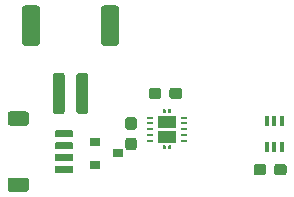
<source format=gbr>
G04 #@! TF.GenerationSoftware,KiCad,Pcbnew,(5.0.0-rc2-200-g1f6f76beb)*
G04 #@! TF.CreationDate,2020-02-24T22:29:59-05:00*
G04 #@! TF.ProjectId,watch-power,77617463682D706F7765722E6B696361,rev?*
G04 #@! TF.SameCoordinates,Original*
G04 #@! TF.FileFunction,Paste,Bot*
G04 #@! TF.FilePolarity,Positive*
%FSLAX46Y46*%
G04 Gerber Fmt 4.6, Leading zero omitted, Abs format (unit mm)*
G04 Created by KiCad (PCBNEW (5.0.0-rc2-200-g1f6f76beb)) date Mon Feb 24 22:29:59 2020*
%MOMM*%
%LPD*%
G01*
G04 APERTURE LIST*
%ADD10C,0.100000*%
%ADD11C,0.950000*%
%ADD12R,0.900000X0.800000*%
%ADD13C,0.600000*%
%ADD14C,1.200000*%
%ADD15C,1.060000*%
%ADD16C,0.250000*%
%ADD17R,0.600000X0.240000*%
%ADD18R,0.400000X0.900000*%
%ADD19C,1.000000*%
%ADD20C,1.500000*%
G04 APERTURE END LIST*
D10*
G04 #@! TO.C,C3*
G36*
X84181579Y-72322544D02*
X84204634Y-72325963D01*
X84227243Y-72331627D01*
X84249187Y-72339479D01*
X84270257Y-72349444D01*
X84290248Y-72361426D01*
X84308968Y-72375310D01*
X84326238Y-72390962D01*
X84341890Y-72408232D01*
X84355774Y-72426952D01*
X84367756Y-72446943D01*
X84377721Y-72468013D01*
X84385573Y-72489957D01*
X84391237Y-72512566D01*
X84394656Y-72535621D01*
X84395800Y-72558900D01*
X84395800Y-73033900D01*
X84394656Y-73057179D01*
X84391237Y-73080234D01*
X84385573Y-73102843D01*
X84377721Y-73124787D01*
X84367756Y-73145857D01*
X84355774Y-73165848D01*
X84341890Y-73184568D01*
X84326238Y-73201838D01*
X84308968Y-73217490D01*
X84290248Y-73231374D01*
X84270257Y-73243356D01*
X84249187Y-73253321D01*
X84227243Y-73261173D01*
X84204634Y-73266837D01*
X84181579Y-73270256D01*
X84158300Y-73271400D01*
X83583300Y-73271400D01*
X83560021Y-73270256D01*
X83536966Y-73266837D01*
X83514357Y-73261173D01*
X83492413Y-73253321D01*
X83471343Y-73243356D01*
X83451352Y-73231374D01*
X83432632Y-73217490D01*
X83415362Y-73201838D01*
X83399710Y-73184568D01*
X83385826Y-73165848D01*
X83373844Y-73145857D01*
X83363879Y-73124787D01*
X83356027Y-73102843D01*
X83350363Y-73080234D01*
X83346944Y-73057179D01*
X83345800Y-73033900D01*
X83345800Y-72558900D01*
X83346944Y-72535621D01*
X83350363Y-72512566D01*
X83356027Y-72489957D01*
X83363879Y-72468013D01*
X83373844Y-72446943D01*
X83385826Y-72426952D01*
X83399710Y-72408232D01*
X83415362Y-72390962D01*
X83432632Y-72375310D01*
X83451352Y-72361426D01*
X83471343Y-72349444D01*
X83492413Y-72339479D01*
X83514357Y-72331627D01*
X83536966Y-72325963D01*
X83560021Y-72322544D01*
X83583300Y-72321400D01*
X84158300Y-72321400D01*
X84181579Y-72322544D01*
X84181579Y-72322544D01*
G37*
D11*
X83870800Y-72796400D03*
D10*
G36*
X85931579Y-72322544D02*
X85954634Y-72325963D01*
X85977243Y-72331627D01*
X85999187Y-72339479D01*
X86020257Y-72349444D01*
X86040248Y-72361426D01*
X86058968Y-72375310D01*
X86076238Y-72390962D01*
X86091890Y-72408232D01*
X86105774Y-72426952D01*
X86117756Y-72446943D01*
X86127721Y-72468013D01*
X86135573Y-72489957D01*
X86141237Y-72512566D01*
X86144656Y-72535621D01*
X86145800Y-72558900D01*
X86145800Y-73033900D01*
X86144656Y-73057179D01*
X86141237Y-73080234D01*
X86135573Y-73102843D01*
X86127721Y-73124787D01*
X86117756Y-73145857D01*
X86105774Y-73165848D01*
X86091890Y-73184568D01*
X86076238Y-73201838D01*
X86058968Y-73217490D01*
X86040248Y-73231374D01*
X86020257Y-73243356D01*
X85999187Y-73253321D01*
X85977243Y-73261173D01*
X85954634Y-73266837D01*
X85931579Y-73270256D01*
X85908300Y-73271400D01*
X85333300Y-73271400D01*
X85310021Y-73270256D01*
X85286966Y-73266837D01*
X85264357Y-73261173D01*
X85242413Y-73253321D01*
X85221343Y-73243356D01*
X85201352Y-73231374D01*
X85182632Y-73217490D01*
X85165362Y-73201838D01*
X85149710Y-73184568D01*
X85135826Y-73165848D01*
X85123844Y-73145857D01*
X85113879Y-73124787D01*
X85106027Y-73102843D01*
X85100363Y-73080234D01*
X85096944Y-73057179D01*
X85095800Y-73033900D01*
X85095800Y-72558900D01*
X85096944Y-72535621D01*
X85100363Y-72512566D01*
X85106027Y-72489957D01*
X85113879Y-72468013D01*
X85123844Y-72446943D01*
X85135826Y-72426952D01*
X85149710Y-72408232D01*
X85165362Y-72390962D01*
X85182632Y-72375310D01*
X85201352Y-72361426D01*
X85221343Y-72349444D01*
X85242413Y-72339479D01*
X85264357Y-72331627D01*
X85286966Y-72325963D01*
X85310021Y-72322544D01*
X85333300Y-72321400D01*
X85908300Y-72321400D01*
X85931579Y-72322544D01*
X85931579Y-72322544D01*
G37*
D11*
X85620800Y-72796400D03*
G04 #@! TD*
D12*
G04 #@! TO.C,D1*
X78772000Y-78826400D03*
X78772000Y-76926400D03*
X80772000Y-77876400D03*
G04 #@! TD*
D10*
G04 #@! TO.C,J1*
G36*
X76807703Y-78924722D02*
X76822264Y-78926882D01*
X76836543Y-78930459D01*
X76850403Y-78935418D01*
X76863710Y-78941712D01*
X76876336Y-78949280D01*
X76888159Y-78958048D01*
X76899066Y-78967934D01*
X76908952Y-78978841D01*
X76917720Y-78990664D01*
X76925288Y-79003290D01*
X76931582Y-79016597D01*
X76936541Y-79030457D01*
X76940118Y-79044736D01*
X76942278Y-79059297D01*
X76943000Y-79074000D01*
X76943000Y-79374000D01*
X76942278Y-79388703D01*
X76940118Y-79403264D01*
X76936541Y-79417543D01*
X76931582Y-79431403D01*
X76925288Y-79444710D01*
X76917720Y-79457336D01*
X76908952Y-79469159D01*
X76899066Y-79480066D01*
X76888159Y-79489952D01*
X76876336Y-79498720D01*
X76863710Y-79506288D01*
X76850403Y-79512582D01*
X76836543Y-79517541D01*
X76822264Y-79521118D01*
X76807703Y-79523278D01*
X76793000Y-79524000D01*
X75543000Y-79524000D01*
X75528297Y-79523278D01*
X75513736Y-79521118D01*
X75499457Y-79517541D01*
X75485597Y-79512582D01*
X75472290Y-79506288D01*
X75459664Y-79498720D01*
X75447841Y-79489952D01*
X75436934Y-79480066D01*
X75427048Y-79469159D01*
X75418280Y-79457336D01*
X75410712Y-79444710D01*
X75404418Y-79431403D01*
X75399459Y-79417543D01*
X75395882Y-79403264D01*
X75393722Y-79388703D01*
X75393000Y-79374000D01*
X75393000Y-79074000D01*
X75393722Y-79059297D01*
X75395882Y-79044736D01*
X75399459Y-79030457D01*
X75404418Y-79016597D01*
X75410712Y-79003290D01*
X75418280Y-78990664D01*
X75427048Y-78978841D01*
X75436934Y-78967934D01*
X75447841Y-78958048D01*
X75459664Y-78949280D01*
X75472290Y-78941712D01*
X75485597Y-78935418D01*
X75499457Y-78930459D01*
X75513736Y-78926882D01*
X75528297Y-78924722D01*
X75543000Y-78924000D01*
X76793000Y-78924000D01*
X76807703Y-78924722D01*
X76807703Y-78924722D01*
G37*
D13*
X76168000Y-79224000D03*
D10*
G36*
X76807703Y-77924722D02*
X76822264Y-77926882D01*
X76836543Y-77930459D01*
X76850403Y-77935418D01*
X76863710Y-77941712D01*
X76876336Y-77949280D01*
X76888159Y-77958048D01*
X76899066Y-77967934D01*
X76908952Y-77978841D01*
X76917720Y-77990664D01*
X76925288Y-78003290D01*
X76931582Y-78016597D01*
X76936541Y-78030457D01*
X76940118Y-78044736D01*
X76942278Y-78059297D01*
X76943000Y-78074000D01*
X76943000Y-78374000D01*
X76942278Y-78388703D01*
X76940118Y-78403264D01*
X76936541Y-78417543D01*
X76931582Y-78431403D01*
X76925288Y-78444710D01*
X76917720Y-78457336D01*
X76908952Y-78469159D01*
X76899066Y-78480066D01*
X76888159Y-78489952D01*
X76876336Y-78498720D01*
X76863710Y-78506288D01*
X76850403Y-78512582D01*
X76836543Y-78517541D01*
X76822264Y-78521118D01*
X76807703Y-78523278D01*
X76793000Y-78524000D01*
X75543000Y-78524000D01*
X75528297Y-78523278D01*
X75513736Y-78521118D01*
X75499457Y-78517541D01*
X75485597Y-78512582D01*
X75472290Y-78506288D01*
X75459664Y-78498720D01*
X75447841Y-78489952D01*
X75436934Y-78480066D01*
X75427048Y-78469159D01*
X75418280Y-78457336D01*
X75410712Y-78444710D01*
X75404418Y-78431403D01*
X75399459Y-78417543D01*
X75395882Y-78403264D01*
X75393722Y-78388703D01*
X75393000Y-78374000D01*
X75393000Y-78074000D01*
X75393722Y-78059297D01*
X75395882Y-78044736D01*
X75399459Y-78030457D01*
X75404418Y-78016597D01*
X75410712Y-78003290D01*
X75418280Y-77990664D01*
X75427048Y-77978841D01*
X75436934Y-77967934D01*
X75447841Y-77958048D01*
X75459664Y-77949280D01*
X75472290Y-77941712D01*
X75485597Y-77935418D01*
X75499457Y-77930459D01*
X75513736Y-77926882D01*
X75528297Y-77924722D01*
X75543000Y-77924000D01*
X76793000Y-77924000D01*
X76807703Y-77924722D01*
X76807703Y-77924722D01*
G37*
D13*
X76168000Y-78224000D03*
D10*
G36*
X76807703Y-76924722D02*
X76822264Y-76926882D01*
X76836543Y-76930459D01*
X76850403Y-76935418D01*
X76863710Y-76941712D01*
X76876336Y-76949280D01*
X76888159Y-76958048D01*
X76899066Y-76967934D01*
X76908952Y-76978841D01*
X76917720Y-76990664D01*
X76925288Y-77003290D01*
X76931582Y-77016597D01*
X76936541Y-77030457D01*
X76940118Y-77044736D01*
X76942278Y-77059297D01*
X76943000Y-77074000D01*
X76943000Y-77374000D01*
X76942278Y-77388703D01*
X76940118Y-77403264D01*
X76936541Y-77417543D01*
X76931582Y-77431403D01*
X76925288Y-77444710D01*
X76917720Y-77457336D01*
X76908952Y-77469159D01*
X76899066Y-77480066D01*
X76888159Y-77489952D01*
X76876336Y-77498720D01*
X76863710Y-77506288D01*
X76850403Y-77512582D01*
X76836543Y-77517541D01*
X76822264Y-77521118D01*
X76807703Y-77523278D01*
X76793000Y-77524000D01*
X75543000Y-77524000D01*
X75528297Y-77523278D01*
X75513736Y-77521118D01*
X75499457Y-77517541D01*
X75485597Y-77512582D01*
X75472290Y-77506288D01*
X75459664Y-77498720D01*
X75447841Y-77489952D01*
X75436934Y-77480066D01*
X75427048Y-77469159D01*
X75418280Y-77457336D01*
X75410712Y-77444710D01*
X75404418Y-77431403D01*
X75399459Y-77417543D01*
X75395882Y-77403264D01*
X75393722Y-77388703D01*
X75393000Y-77374000D01*
X75393000Y-77074000D01*
X75393722Y-77059297D01*
X75395882Y-77044736D01*
X75399459Y-77030457D01*
X75404418Y-77016597D01*
X75410712Y-77003290D01*
X75418280Y-76990664D01*
X75427048Y-76978841D01*
X75436934Y-76967934D01*
X75447841Y-76958048D01*
X75459664Y-76949280D01*
X75472290Y-76941712D01*
X75485597Y-76935418D01*
X75499457Y-76930459D01*
X75513736Y-76926882D01*
X75528297Y-76924722D01*
X75543000Y-76924000D01*
X76793000Y-76924000D01*
X76807703Y-76924722D01*
X76807703Y-76924722D01*
G37*
D13*
X76168000Y-77224000D03*
D10*
G36*
X76807703Y-75924722D02*
X76822264Y-75926882D01*
X76836543Y-75930459D01*
X76850403Y-75935418D01*
X76863710Y-75941712D01*
X76876336Y-75949280D01*
X76888159Y-75958048D01*
X76899066Y-75967934D01*
X76908952Y-75978841D01*
X76917720Y-75990664D01*
X76925288Y-76003290D01*
X76931582Y-76016597D01*
X76936541Y-76030457D01*
X76940118Y-76044736D01*
X76942278Y-76059297D01*
X76943000Y-76074000D01*
X76943000Y-76374000D01*
X76942278Y-76388703D01*
X76940118Y-76403264D01*
X76936541Y-76417543D01*
X76931582Y-76431403D01*
X76925288Y-76444710D01*
X76917720Y-76457336D01*
X76908952Y-76469159D01*
X76899066Y-76480066D01*
X76888159Y-76489952D01*
X76876336Y-76498720D01*
X76863710Y-76506288D01*
X76850403Y-76512582D01*
X76836543Y-76517541D01*
X76822264Y-76521118D01*
X76807703Y-76523278D01*
X76793000Y-76524000D01*
X75543000Y-76524000D01*
X75528297Y-76523278D01*
X75513736Y-76521118D01*
X75499457Y-76517541D01*
X75485597Y-76512582D01*
X75472290Y-76506288D01*
X75459664Y-76498720D01*
X75447841Y-76489952D01*
X75436934Y-76480066D01*
X75427048Y-76469159D01*
X75418280Y-76457336D01*
X75410712Y-76444710D01*
X75404418Y-76431403D01*
X75399459Y-76417543D01*
X75395882Y-76403264D01*
X75393722Y-76388703D01*
X75393000Y-76374000D01*
X75393000Y-76074000D01*
X75393722Y-76059297D01*
X75395882Y-76044736D01*
X75399459Y-76030457D01*
X75404418Y-76016597D01*
X75410712Y-76003290D01*
X75418280Y-75990664D01*
X75427048Y-75978841D01*
X75436934Y-75967934D01*
X75447841Y-75958048D01*
X75459664Y-75949280D01*
X75472290Y-75941712D01*
X75485597Y-75935418D01*
X75499457Y-75930459D01*
X75513736Y-75926882D01*
X75528297Y-75924722D01*
X75543000Y-75924000D01*
X76793000Y-75924000D01*
X76807703Y-75924722D01*
X76807703Y-75924722D01*
G37*
D13*
X76168000Y-76224000D03*
D10*
G36*
X72967505Y-79925204D02*
X72991773Y-79928804D01*
X73015572Y-79934765D01*
X73038671Y-79943030D01*
X73060850Y-79953520D01*
X73081893Y-79966132D01*
X73101599Y-79980747D01*
X73119777Y-79997223D01*
X73136253Y-80015401D01*
X73150868Y-80035107D01*
X73163480Y-80056150D01*
X73173970Y-80078329D01*
X73182235Y-80101428D01*
X73188196Y-80125227D01*
X73191796Y-80149495D01*
X73193000Y-80173999D01*
X73193000Y-80874001D01*
X73191796Y-80898505D01*
X73188196Y-80922773D01*
X73182235Y-80946572D01*
X73173970Y-80969671D01*
X73163480Y-80991850D01*
X73150868Y-81012893D01*
X73136253Y-81032599D01*
X73119777Y-81050777D01*
X73101599Y-81067253D01*
X73081893Y-81081868D01*
X73060850Y-81094480D01*
X73038671Y-81104970D01*
X73015572Y-81113235D01*
X72991773Y-81119196D01*
X72967505Y-81122796D01*
X72943001Y-81124000D01*
X71642999Y-81124000D01*
X71618495Y-81122796D01*
X71594227Y-81119196D01*
X71570428Y-81113235D01*
X71547329Y-81104970D01*
X71525150Y-81094480D01*
X71504107Y-81081868D01*
X71484401Y-81067253D01*
X71466223Y-81050777D01*
X71449747Y-81032599D01*
X71435132Y-81012893D01*
X71422520Y-80991850D01*
X71412030Y-80969671D01*
X71403765Y-80946572D01*
X71397804Y-80922773D01*
X71394204Y-80898505D01*
X71393000Y-80874001D01*
X71393000Y-80173999D01*
X71394204Y-80149495D01*
X71397804Y-80125227D01*
X71403765Y-80101428D01*
X71412030Y-80078329D01*
X71422520Y-80056150D01*
X71435132Y-80035107D01*
X71449747Y-80015401D01*
X71466223Y-79997223D01*
X71484401Y-79980747D01*
X71504107Y-79966132D01*
X71525150Y-79953520D01*
X71547329Y-79943030D01*
X71570428Y-79934765D01*
X71594227Y-79928804D01*
X71618495Y-79925204D01*
X71642999Y-79924000D01*
X72943001Y-79924000D01*
X72967505Y-79925204D01*
X72967505Y-79925204D01*
G37*
D14*
X72293000Y-80524000D03*
D10*
G36*
X72967505Y-74325204D02*
X72991773Y-74328804D01*
X73015572Y-74334765D01*
X73038671Y-74343030D01*
X73060850Y-74353520D01*
X73081893Y-74366132D01*
X73101599Y-74380747D01*
X73119777Y-74397223D01*
X73136253Y-74415401D01*
X73150868Y-74435107D01*
X73163480Y-74456150D01*
X73173970Y-74478329D01*
X73182235Y-74501428D01*
X73188196Y-74525227D01*
X73191796Y-74549495D01*
X73193000Y-74573999D01*
X73193000Y-75274001D01*
X73191796Y-75298505D01*
X73188196Y-75322773D01*
X73182235Y-75346572D01*
X73173970Y-75369671D01*
X73163480Y-75391850D01*
X73150868Y-75412893D01*
X73136253Y-75432599D01*
X73119777Y-75450777D01*
X73101599Y-75467253D01*
X73081893Y-75481868D01*
X73060850Y-75494480D01*
X73038671Y-75504970D01*
X73015572Y-75513235D01*
X72991773Y-75519196D01*
X72967505Y-75522796D01*
X72943001Y-75524000D01*
X71642999Y-75524000D01*
X71618495Y-75522796D01*
X71594227Y-75519196D01*
X71570428Y-75513235D01*
X71547329Y-75504970D01*
X71525150Y-75494480D01*
X71504107Y-75481868D01*
X71484401Y-75467253D01*
X71466223Y-75450777D01*
X71449747Y-75432599D01*
X71435132Y-75412893D01*
X71422520Y-75391850D01*
X71412030Y-75369671D01*
X71403765Y-75346572D01*
X71397804Y-75322773D01*
X71394204Y-75298505D01*
X71393000Y-75274001D01*
X71393000Y-74573999D01*
X71394204Y-74549495D01*
X71397804Y-74525227D01*
X71403765Y-74501428D01*
X71412030Y-74478329D01*
X71422520Y-74456150D01*
X71435132Y-74435107D01*
X71449747Y-74415401D01*
X71466223Y-74397223D01*
X71484401Y-74380747D01*
X71504107Y-74366132D01*
X71525150Y-74353520D01*
X71547329Y-74343030D01*
X71570428Y-74334765D01*
X71594227Y-74328804D01*
X71618495Y-74325204D01*
X71642999Y-74324000D01*
X72943001Y-74324000D01*
X72967505Y-74325204D01*
X72967505Y-74325204D01*
G37*
D14*
X72293000Y-74924000D03*
G04 #@! TD*
D10*
G04 #@! TO.C,L1*
G36*
X82099579Y-74812544D02*
X82122634Y-74815963D01*
X82145243Y-74821627D01*
X82167187Y-74829479D01*
X82188257Y-74839444D01*
X82208248Y-74851426D01*
X82226968Y-74865310D01*
X82244238Y-74880962D01*
X82259890Y-74898232D01*
X82273774Y-74916952D01*
X82285756Y-74936943D01*
X82295721Y-74958013D01*
X82303573Y-74979957D01*
X82309237Y-75002566D01*
X82312656Y-75025621D01*
X82313800Y-75048900D01*
X82313800Y-75623900D01*
X82312656Y-75647179D01*
X82309237Y-75670234D01*
X82303573Y-75692843D01*
X82295721Y-75714787D01*
X82285756Y-75735857D01*
X82273774Y-75755848D01*
X82259890Y-75774568D01*
X82244238Y-75791838D01*
X82226968Y-75807490D01*
X82208248Y-75821374D01*
X82188257Y-75833356D01*
X82167187Y-75843321D01*
X82145243Y-75851173D01*
X82122634Y-75856837D01*
X82099579Y-75860256D01*
X82076300Y-75861400D01*
X81601300Y-75861400D01*
X81578021Y-75860256D01*
X81554966Y-75856837D01*
X81532357Y-75851173D01*
X81510413Y-75843321D01*
X81489343Y-75833356D01*
X81469352Y-75821374D01*
X81450632Y-75807490D01*
X81433362Y-75791838D01*
X81417710Y-75774568D01*
X81403826Y-75755848D01*
X81391844Y-75735857D01*
X81381879Y-75714787D01*
X81374027Y-75692843D01*
X81368363Y-75670234D01*
X81364944Y-75647179D01*
X81363800Y-75623900D01*
X81363800Y-75048900D01*
X81364944Y-75025621D01*
X81368363Y-75002566D01*
X81374027Y-74979957D01*
X81381879Y-74958013D01*
X81391844Y-74936943D01*
X81403826Y-74916952D01*
X81417710Y-74898232D01*
X81433362Y-74880962D01*
X81450632Y-74865310D01*
X81469352Y-74851426D01*
X81489343Y-74839444D01*
X81510413Y-74829479D01*
X81532357Y-74821627D01*
X81554966Y-74815963D01*
X81578021Y-74812544D01*
X81601300Y-74811400D01*
X82076300Y-74811400D01*
X82099579Y-74812544D01*
X82099579Y-74812544D01*
G37*
D11*
X81838800Y-75336400D03*
D10*
G36*
X82099579Y-76562544D02*
X82122634Y-76565963D01*
X82145243Y-76571627D01*
X82167187Y-76579479D01*
X82188257Y-76589444D01*
X82208248Y-76601426D01*
X82226968Y-76615310D01*
X82244238Y-76630962D01*
X82259890Y-76648232D01*
X82273774Y-76666952D01*
X82285756Y-76686943D01*
X82295721Y-76708013D01*
X82303573Y-76729957D01*
X82309237Y-76752566D01*
X82312656Y-76775621D01*
X82313800Y-76798900D01*
X82313800Y-77373900D01*
X82312656Y-77397179D01*
X82309237Y-77420234D01*
X82303573Y-77442843D01*
X82295721Y-77464787D01*
X82285756Y-77485857D01*
X82273774Y-77505848D01*
X82259890Y-77524568D01*
X82244238Y-77541838D01*
X82226968Y-77557490D01*
X82208248Y-77571374D01*
X82188257Y-77583356D01*
X82167187Y-77593321D01*
X82145243Y-77601173D01*
X82122634Y-77606837D01*
X82099579Y-77610256D01*
X82076300Y-77611400D01*
X81601300Y-77611400D01*
X81578021Y-77610256D01*
X81554966Y-77606837D01*
X81532357Y-77601173D01*
X81510413Y-77593321D01*
X81489343Y-77583356D01*
X81469352Y-77571374D01*
X81450632Y-77557490D01*
X81433362Y-77541838D01*
X81417710Y-77524568D01*
X81403826Y-77505848D01*
X81391844Y-77485857D01*
X81381879Y-77464787D01*
X81374027Y-77442843D01*
X81368363Y-77420234D01*
X81364944Y-77397179D01*
X81363800Y-77373900D01*
X81363800Y-76798900D01*
X81364944Y-76775621D01*
X81368363Y-76752566D01*
X81374027Y-76729957D01*
X81381879Y-76708013D01*
X81391844Y-76686943D01*
X81403826Y-76666952D01*
X81417710Y-76648232D01*
X81433362Y-76630962D01*
X81450632Y-76615310D01*
X81469352Y-76601426D01*
X81489343Y-76589444D01*
X81510413Y-76579479D01*
X81532357Y-76571627D01*
X81554966Y-76565963D01*
X81578021Y-76562544D01*
X81601300Y-76561400D01*
X82076300Y-76561400D01*
X82099579Y-76562544D01*
X82099579Y-76562544D01*
G37*
D11*
X81838800Y-77086400D03*
G04 #@! TD*
D10*
G04 #@! TO.C,L2*
G36*
X94798779Y-78774144D02*
X94821834Y-78777563D01*
X94844443Y-78783227D01*
X94866387Y-78791079D01*
X94887457Y-78801044D01*
X94907448Y-78813026D01*
X94926168Y-78826910D01*
X94943438Y-78842562D01*
X94959090Y-78859832D01*
X94972974Y-78878552D01*
X94984956Y-78898543D01*
X94994921Y-78919613D01*
X95002773Y-78941557D01*
X95008437Y-78964166D01*
X95011856Y-78987221D01*
X95013000Y-79010500D01*
X95013000Y-79485500D01*
X95011856Y-79508779D01*
X95008437Y-79531834D01*
X95002773Y-79554443D01*
X94994921Y-79576387D01*
X94984956Y-79597457D01*
X94972974Y-79617448D01*
X94959090Y-79636168D01*
X94943438Y-79653438D01*
X94926168Y-79669090D01*
X94907448Y-79682974D01*
X94887457Y-79694956D01*
X94866387Y-79704921D01*
X94844443Y-79712773D01*
X94821834Y-79718437D01*
X94798779Y-79721856D01*
X94775500Y-79723000D01*
X94200500Y-79723000D01*
X94177221Y-79721856D01*
X94154166Y-79718437D01*
X94131557Y-79712773D01*
X94109613Y-79704921D01*
X94088543Y-79694956D01*
X94068552Y-79682974D01*
X94049832Y-79669090D01*
X94032562Y-79653438D01*
X94016910Y-79636168D01*
X94003026Y-79617448D01*
X93991044Y-79597457D01*
X93981079Y-79576387D01*
X93973227Y-79554443D01*
X93967563Y-79531834D01*
X93964144Y-79508779D01*
X93963000Y-79485500D01*
X93963000Y-79010500D01*
X93964144Y-78987221D01*
X93967563Y-78964166D01*
X93973227Y-78941557D01*
X93981079Y-78919613D01*
X93991044Y-78898543D01*
X94003026Y-78878552D01*
X94016910Y-78859832D01*
X94032562Y-78842562D01*
X94049832Y-78826910D01*
X94068552Y-78813026D01*
X94088543Y-78801044D01*
X94109613Y-78791079D01*
X94131557Y-78783227D01*
X94154166Y-78777563D01*
X94177221Y-78774144D01*
X94200500Y-78773000D01*
X94775500Y-78773000D01*
X94798779Y-78774144D01*
X94798779Y-78774144D01*
G37*
D11*
X94488000Y-79248000D03*
D10*
G36*
X93048779Y-78774144D02*
X93071834Y-78777563D01*
X93094443Y-78783227D01*
X93116387Y-78791079D01*
X93137457Y-78801044D01*
X93157448Y-78813026D01*
X93176168Y-78826910D01*
X93193438Y-78842562D01*
X93209090Y-78859832D01*
X93222974Y-78878552D01*
X93234956Y-78898543D01*
X93244921Y-78919613D01*
X93252773Y-78941557D01*
X93258437Y-78964166D01*
X93261856Y-78987221D01*
X93263000Y-79010500D01*
X93263000Y-79485500D01*
X93261856Y-79508779D01*
X93258437Y-79531834D01*
X93252773Y-79554443D01*
X93244921Y-79576387D01*
X93234956Y-79597457D01*
X93222974Y-79617448D01*
X93209090Y-79636168D01*
X93193438Y-79653438D01*
X93176168Y-79669090D01*
X93157448Y-79682974D01*
X93137457Y-79694956D01*
X93116387Y-79704921D01*
X93094443Y-79712773D01*
X93071834Y-79718437D01*
X93048779Y-79721856D01*
X93025500Y-79723000D01*
X92450500Y-79723000D01*
X92427221Y-79721856D01*
X92404166Y-79718437D01*
X92381557Y-79712773D01*
X92359613Y-79704921D01*
X92338543Y-79694956D01*
X92318552Y-79682974D01*
X92299832Y-79669090D01*
X92282562Y-79653438D01*
X92266910Y-79636168D01*
X92253026Y-79617448D01*
X92241044Y-79597457D01*
X92231079Y-79576387D01*
X92223227Y-79554443D01*
X92217563Y-79531834D01*
X92214144Y-79508779D01*
X92213000Y-79485500D01*
X92213000Y-79010500D01*
X92214144Y-78987221D01*
X92217563Y-78964166D01*
X92223227Y-78941557D01*
X92231079Y-78919613D01*
X92241044Y-78898543D01*
X92253026Y-78878552D01*
X92266910Y-78859832D01*
X92282562Y-78842562D01*
X92299832Y-78826910D01*
X92318552Y-78813026D01*
X92338543Y-78801044D01*
X92359613Y-78791079D01*
X92381557Y-78783227D01*
X92404166Y-78777563D01*
X92427221Y-78774144D01*
X92450500Y-78773000D01*
X93025500Y-78773000D01*
X93048779Y-78774144D01*
X93048779Y-78774144D01*
G37*
D11*
X92738000Y-79248000D03*
G04 #@! TD*
D10*
G04 #@! TO.C,U3*
G36*
X85541190Y-74684910D02*
X85551480Y-74686437D01*
X85561570Y-74688964D01*
X85571364Y-74692469D01*
X85580768Y-74696916D01*
X85589690Y-74702264D01*
X85598046Y-74708461D01*
X85605753Y-74715447D01*
X85612739Y-74723154D01*
X85618936Y-74731510D01*
X85624284Y-74740432D01*
X85628731Y-74749836D01*
X85632236Y-74759630D01*
X85634763Y-74769720D01*
X85636290Y-74780010D01*
X85636800Y-74790400D01*
X85636800Y-75638400D01*
X85636290Y-75648790D01*
X85634763Y-75659080D01*
X85632236Y-75669170D01*
X85628731Y-75678964D01*
X85624284Y-75688368D01*
X85618936Y-75697290D01*
X85612739Y-75705646D01*
X85605753Y-75713353D01*
X85598046Y-75720339D01*
X85589690Y-75726536D01*
X85580768Y-75731884D01*
X85571364Y-75736331D01*
X85561570Y-75739836D01*
X85551480Y-75742363D01*
X85541190Y-75743890D01*
X85530800Y-75744400D01*
X84242800Y-75744400D01*
X84232410Y-75743890D01*
X84222120Y-75742363D01*
X84212030Y-75739836D01*
X84202236Y-75736331D01*
X84192832Y-75731884D01*
X84183910Y-75726536D01*
X84175554Y-75720339D01*
X84167847Y-75713353D01*
X84160861Y-75705646D01*
X84154664Y-75697290D01*
X84149316Y-75688368D01*
X84144869Y-75678964D01*
X84141364Y-75669170D01*
X84138837Y-75659080D01*
X84137310Y-75648790D01*
X84136800Y-75638400D01*
X84136800Y-74790400D01*
X84137310Y-74780010D01*
X84138837Y-74769720D01*
X84141364Y-74759630D01*
X84144869Y-74749836D01*
X84149316Y-74740432D01*
X84154664Y-74731510D01*
X84160861Y-74723154D01*
X84167847Y-74715447D01*
X84175554Y-74708461D01*
X84183910Y-74702264D01*
X84192832Y-74696916D01*
X84202236Y-74692469D01*
X84212030Y-74688964D01*
X84222120Y-74686437D01*
X84232410Y-74684910D01*
X84242800Y-74684400D01*
X85530800Y-74684400D01*
X85541190Y-74684910D01*
X85541190Y-74684910D01*
G37*
D15*
X84886800Y-75214400D03*
D10*
G36*
X85541190Y-75944910D02*
X85551480Y-75946437D01*
X85561570Y-75948964D01*
X85571364Y-75952469D01*
X85580768Y-75956916D01*
X85589690Y-75962264D01*
X85598046Y-75968461D01*
X85605753Y-75975447D01*
X85612739Y-75983154D01*
X85618936Y-75991510D01*
X85624284Y-76000432D01*
X85628731Y-76009836D01*
X85632236Y-76019630D01*
X85634763Y-76029720D01*
X85636290Y-76040010D01*
X85636800Y-76050400D01*
X85636800Y-76898400D01*
X85636290Y-76908790D01*
X85634763Y-76919080D01*
X85632236Y-76929170D01*
X85628731Y-76938964D01*
X85624284Y-76948368D01*
X85618936Y-76957290D01*
X85612739Y-76965646D01*
X85605753Y-76973353D01*
X85598046Y-76980339D01*
X85589690Y-76986536D01*
X85580768Y-76991884D01*
X85571364Y-76996331D01*
X85561570Y-76999836D01*
X85551480Y-77002363D01*
X85541190Y-77003890D01*
X85530800Y-77004400D01*
X84242800Y-77004400D01*
X84232410Y-77003890D01*
X84222120Y-77002363D01*
X84212030Y-76999836D01*
X84202236Y-76996331D01*
X84192832Y-76991884D01*
X84183910Y-76986536D01*
X84175554Y-76980339D01*
X84167847Y-76973353D01*
X84160861Y-76965646D01*
X84154664Y-76957290D01*
X84149316Y-76948368D01*
X84144869Y-76938964D01*
X84141364Y-76929170D01*
X84138837Y-76919080D01*
X84137310Y-76908790D01*
X84136800Y-76898400D01*
X84136800Y-76050400D01*
X84137310Y-76040010D01*
X84138837Y-76029720D01*
X84141364Y-76019630D01*
X84144869Y-76009836D01*
X84149316Y-76000432D01*
X84154664Y-75991510D01*
X84160861Y-75983154D01*
X84167847Y-75975447D01*
X84175554Y-75968461D01*
X84183910Y-75962264D01*
X84192832Y-75956916D01*
X84202236Y-75952469D01*
X84212030Y-75948964D01*
X84222120Y-75946437D01*
X84232410Y-75944910D01*
X84242800Y-75944400D01*
X85530800Y-75944400D01*
X85541190Y-75944910D01*
X85541190Y-75944910D01*
G37*
D15*
X84886800Y-76474400D03*
D10*
G36*
X84739250Y-77204520D02*
X84741677Y-77204880D01*
X84744057Y-77205476D01*
X84746367Y-77206303D01*
X84748585Y-77207352D01*
X84750689Y-77208613D01*
X84752660Y-77210075D01*
X84754478Y-77211722D01*
X84756125Y-77213540D01*
X84757587Y-77215511D01*
X84758848Y-77217615D01*
X84759897Y-77219833D01*
X84760724Y-77222143D01*
X84761320Y-77224523D01*
X84761680Y-77226950D01*
X84761800Y-77229400D01*
X84761800Y-77519400D01*
X84761680Y-77521850D01*
X84761320Y-77524277D01*
X84760724Y-77526657D01*
X84759897Y-77528967D01*
X84758848Y-77531185D01*
X84757587Y-77533289D01*
X84756125Y-77535260D01*
X84754478Y-77537078D01*
X84752660Y-77538725D01*
X84750689Y-77540187D01*
X84748585Y-77541448D01*
X84746367Y-77542497D01*
X84744057Y-77543324D01*
X84741677Y-77543920D01*
X84739250Y-77544280D01*
X84736800Y-77544400D01*
X84536800Y-77544400D01*
X84534350Y-77544280D01*
X84531923Y-77543920D01*
X84529543Y-77543324D01*
X84527233Y-77542497D01*
X84525015Y-77541448D01*
X84522911Y-77540187D01*
X84520940Y-77538725D01*
X84519122Y-77537078D01*
X84517475Y-77535260D01*
X84516013Y-77533289D01*
X84514752Y-77531185D01*
X84513703Y-77528967D01*
X84512876Y-77526657D01*
X84512280Y-77524277D01*
X84511920Y-77521850D01*
X84511800Y-77519400D01*
X84511800Y-77229400D01*
X84511920Y-77226950D01*
X84512280Y-77224523D01*
X84512876Y-77222143D01*
X84513703Y-77219833D01*
X84514752Y-77217615D01*
X84516013Y-77215511D01*
X84517475Y-77213540D01*
X84519122Y-77211722D01*
X84520940Y-77210075D01*
X84522911Y-77208613D01*
X84525015Y-77207352D01*
X84527233Y-77206303D01*
X84529543Y-77205476D01*
X84531923Y-77204880D01*
X84534350Y-77204520D01*
X84536800Y-77204400D01*
X84736800Y-77204400D01*
X84739250Y-77204520D01*
X84739250Y-77204520D01*
G37*
D16*
X84636800Y-77374400D03*
D10*
G36*
X85239250Y-77204520D02*
X85241677Y-77204880D01*
X85244057Y-77205476D01*
X85246367Y-77206303D01*
X85248585Y-77207352D01*
X85250689Y-77208613D01*
X85252660Y-77210075D01*
X85254478Y-77211722D01*
X85256125Y-77213540D01*
X85257587Y-77215511D01*
X85258848Y-77217615D01*
X85259897Y-77219833D01*
X85260724Y-77222143D01*
X85261320Y-77224523D01*
X85261680Y-77226950D01*
X85261800Y-77229400D01*
X85261800Y-77519400D01*
X85261680Y-77521850D01*
X85261320Y-77524277D01*
X85260724Y-77526657D01*
X85259897Y-77528967D01*
X85258848Y-77531185D01*
X85257587Y-77533289D01*
X85256125Y-77535260D01*
X85254478Y-77537078D01*
X85252660Y-77538725D01*
X85250689Y-77540187D01*
X85248585Y-77541448D01*
X85246367Y-77542497D01*
X85244057Y-77543324D01*
X85241677Y-77543920D01*
X85239250Y-77544280D01*
X85236800Y-77544400D01*
X85036800Y-77544400D01*
X85034350Y-77544280D01*
X85031923Y-77543920D01*
X85029543Y-77543324D01*
X85027233Y-77542497D01*
X85025015Y-77541448D01*
X85022911Y-77540187D01*
X85020940Y-77538725D01*
X85019122Y-77537078D01*
X85017475Y-77535260D01*
X85016013Y-77533289D01*
X85014752Y-77531185D01*
X85013703Y-77528967D01*
X85012876Y-77526657D01*
X85012280Y-77524277D01*
X85011920Y-77521850D01*
X85011800Y-77519400D01*
X85011800Y-77229400D01*
X85011920Y-77226950D01*
X85012280Y-77224523D01*
X85012876Y-77222143D01*
X85013703Y-77219833D01*
X85014752Y-77217615D01*
X85016013Y-77215511D01*
X85017475Y-77213540D01*
X85019122Y-77211722D01*
X85020940Y-77210075D01*
X85022911Y-77208613D01*
X85025015Y-77207352D01*
X85027233Y-77206303D01*
X85029543Y-77205476D01*
X85031923Y-77204880D01*
X85034350Y-77204520D01*
X85036800Y-77204400D01*
X85236800Y-77204400D01*
X85239250Y-77204520D01*
X85239250Y-77204520D01*
G37*
D16*
X85136800Y-77374400D03*
D10*
G36*
X84739250Y-74144520D02*
X84741677Y-74144880D01*
X84744057Y-74145476D01*
X84746367Y-74146303D01*
X84748585Y-74147352D01*
X84750689Y-74148613D01*
X84752660Y-74150075D01*
X84754478Y-74151722D01*
X84756125Y-74153540D01*
X84757587Y-74155511D01*
X84758848Y-74157615D01*
X84759897Y-74159833D01*
X84760724Y-74162143D01*
X84761320Y-74164523D01*
X84761680Y-74166950D01*
X84761800Y-74169400D01*
X84761800Y-74459400D01*
X84761680Y-74461850D01*
X84761320Y-74464277D01*
X84760724Y-74466657D01*
X84759897Y-74468967D01*
X84758848Y-74471185D01*
X84757587Y-74473289D01*
X84756125Y-74475260D01*
X84754478Y-74477078D01*
X84752660Y-74478725D01*
X84750689Y-74480187D01*
X84748585Y-74481448D01*
X84746367Y-74482497D01*
X84744057Y-74483324D01*
X84741677Y-74483920D01*
X84739250Y-74484280D01*
X84736800Y-74484400D01*
X84536800Y-74484400D01*
X84534350Y-74484280D01*
X84531923Y-74483920D01*
X84529543Y-74483324D01*
X84527233Y-74482497D01*
X84525015Y-74481448D01*
X84522911Y-74480187D01*
X84520940Y-74478725D01*
X84519122Y-74477078D01*
X84517475Y-74475260D01*
X84516013Y-74473289D01*
X84514752Y-74471185D01*
X84513703Y-74468967D01*
X84512876Y-74466657D01*
X84512280Y-74464277D01*
X84511920Y-74461850D01*
X84511800Y-74459400D01*
X84511800Y-74169400D01*
X84511920Y-74166950D01*
X84512280Y-74164523D01*
X84512876Y-74162143D01*
X84513703Y-74159833D01*
X84514752Y-74157615D01*
X84516013Y-74155511D01*
X84517475Y-74153540D01*
X84519122Y-74151722D01*
X84520940Y-74150075D01*
X84522911Y-74148613D01*
X84525015Y-74147352D01*
X84527233Y-74146303D01*
X84529543Y-74145476D01*
X84531923Y-74144880D01*
X84534350Y-74144520D01*
X84536800Y-74144400D01*
X84736800Y-74144400D01*
X84739250Y-74144520D01*
X84739250Y-74144520D01*
G37*
D16*
X84636800Y-74314400D03*
D10*
G36*
X85239250Y-74144520D02*
X85241677Y-74144880D01*
X85244057Y-74145476D01*
X85246367Y-74146303D01*
X85248585Y-74147352D01*
X85250689Y-74148613D01*
X85252660Y-74150075D01*
X85254478Y-74151722D01*
X85256125Y-74153540D01*
X85257587Y-74155511D01*
X85258848Y-74157615D01*
X85259897Y-74159833D01*
X85260724Y-74162143D01*
X85261320Y-74164523D01*
X85261680Y-74166950D01*
X85261800Y-74169400D01*
X85261800Y-74459400D01*
X85261680Y-74461850D01*
X85261320Y-74464277D01*
X85260724Y-74466657D01*
X85259897Y-74468967D01*
X85258848Y-74471185D01*
X85257587Y-74473289D01*
X85256125Y-74475260D01*
X85254478Y-74477078D01*
X85252660Y-74478725D01*
X85250689Y-74480187D01*
X85248585Y-74481448D01*
X85246367Y-74482497D01*
X85244057Y-74483324D01*
X85241677Y-74483920D01*
X85239250Y-74484280D01*
X85236800Y-74484400D01*
X85036800Y-74484400D01*
X85034350Y-74484280D01*
X85031923Y-74483920D01*
X85029543Y-74483324D01*
X85027233Y-74482497D01*
X85025015Y-74481448D01*
X85022911Y-74480187D01*
X85020940Y-74478725D01*
X85019122Y-74477078D01*
X85017475Y-74475260D01*
X85016013Y-74473289D01*
X85014752Y-74471185D01*
X85013703Y-74468967D01*
X85012876Y-74466657D01*
X85012280Y-74464277D01*
X85011920Y-74461850D01*
X85011800Y-74459400D01*
X85011800Y-74169400D01*
X85011920Y-74166950D01*
X85012280Y-74164523D01*
X85012876Y-74162143D01*
X85013703Y-74159833D01*
X85014752Y-74157615D01*
X85016013Y-74155511D01*
X85017475Y-74153540D01*
X85019122Y-74151722D01*
X85020940Y-74150075D01*
X85022911Y-74148613D01*
X85025015Y-74147352D01*
X85027233Y-74146303D01*
X85029543Y-74145476D01*
X85031923Y-74144880D01*
X85034350Y-74144520D01*
X85036800Y-74144400D01*
X85236800Y-74144400D01*
X85239250Y-74144520D01*
X85239250Y-74144520D01*
G37*
D16*
X85136800Y-74314400D03*
D17*
X83486800Y-76844400D03*
X83486800Y-76344400D03*
X83486800Y-75844400D03*
X83486800Y-75344400D03*
X83486800Y-74844400D03*
X86286800Y-74844400D03*
X86286800Y-75344400D03*
X86286800Y-75844400D03*
X86286800Y-76344400D03*
X86286800Y-76844400D03*
G04 #@! TD*
D18*
G04 #@! TO.C,U4*
X93330000Y-75100000D03*
X94630000Y-75100000D03*
X93980000Y-77300000D03*
X93980000Y-75100000D03*
X94630000Y-77300000D03*
X93330000Y-77300000D03*
G04 #@! TD*
D10*
G04 #@! TO.C,BT1*
G36*
X75998504Y-71057204D02*
X76022773Y-71060804D01*
X76046571Y-71066765D01*
X76069671Y-71075030D01*
X76091849Y-71085520D01*
X76112893Y-71098133D01*
X76132598Y-71112747D01*
X76150777Y-71129223D01*
X76167253Y-71147402D01*
X76181867Y-71167107D01*
X76194480Y-71188151D01*
X76204970Y-71210329D01*
X76213235Y-71233429D01*
X76219196Y-71257227D01*
X76222796Y-71281496D01*
X76224000Y-71306000D01*
X76224000Y-74306000D01*
X76222796Y-74330504D01*
X76219196Y-74354773D01*
X76213235Y-74378571D01*
X76204970Y-74401671D01*
X76194480Y-74423849D01*
X76181867Y-74444893D01*
X76167253Y-74464598D01*
X76150777Y-74482777D01*
X76132598Y-74499253D01*
X76112893Y-74513867D01*
X76091849Y-74526480D01*
X76069671Y-74536970D01*
X76046571Y-74545235D01*
X76022773Y-74551196D01*
X75998504Y-74554796D01*
X75974000Y-74556000D01*
X75474000Y-74556000D01*
X75449496Y-74554796D01*
X75425227Y-74551196D01*
X75401429Y-74545235D01*
X75378329Y-74536970D01*
X75356151Y-74526480D01*
X75335107Y-74513867D01*
X75315402Y-74499253D01*
X75297223Y-74482777D01*
X75280747Y-74464598D01*
X75266133Y-74444893D01*
X75253520Y-74423849D01*
X75243030Y-74401671D01*
X75234765Y-74378571D01*
X75228804Y-74354773D01*
X75225204Y-74330504D01*
X75224000Y-74306000D01*
X75224000Y-71306000D01*
X75225204Y-71281496D01*
X75228804Y-71257227D01*
X75234765Y-71233429D01*
X75243030Y-71210329D01*
X75253520Y-71188151D01*
X75266133Y-71167107D01*
X75280747Y-71147402D01*
X75297223Y-71129223D01*
X75315402Y-71112747D01*
X75335107Y-71098133D01*
X75356151Y-71085520D01*
X75378329Y-71075030D01*
X75401429Y-71066765D01*
X75425227Y-71060804D01*
X75449496Y-71057204D01*
X75474000Y-71056000D01*
X75974000Y-71056000D01*
X75998504Y-71057204D01*
X75998504Y-71057204D01*
G37*
D19*
X75724000Y-72806000D03*
D10*
G36*
X77998504Y-71057204D02*
X78022773Y-71060804D01*
X78046571Y-71066765D01*
X78069671Y-71075030D01*
X78091849Y-71085520D01*
X78112893Y-71098133D01*
X78132598Y-71112747D01*
X78150777Y-71129223D01*
X78167253Y-71147402D01*
X78181867Y-71167107D01*
X78194480Y-71188151D01*
X78204970Y-71210329D01*
X78213235Y-71233429D01*
X78219196Y-71257227D01*
X78222796Y-71281496D01*
X78224000Y-71306000D01*
X78224000Y-74306000D01*
X78222796Y-74330504D01*
X78219196Y-74354773D01*
X78213235Y-74378571D01*
X78204970Y-74401671D01*
X78194480Y-74423849D01*
X78181867Y-74444893D01*
X78167253Y-74464598D01*
X78150777Y-74482777D01*
X78132598Y-74499253D01*
X78112893Y-74513867D01*
X78091849Y-74526480D01*
X78069671Y-74536970D01*
X78046571Y-74545235D01*
X78022773Y-74551196D01*
X77998504Y-74554796D01*
X77974000Y-74556000D01*
X77474000Y-74556000D01*
X77449496Y-74554796D01*
X77425227Y-74551196D01*
X77401429Y-74545235D01*
X77378329Y-74536970D01*
X77356151Y-74526480D01*
X77335107Y-74513867D01*
X77315402Y-74499253D01*
X77297223Y-74482777D01*
X77280747Y-74464598D01*
X77266133Y-74444893D01*
X77253520Y-74423849D01*
X77243030Y-74401671D01*
X77234765Y-74378571D01*
X77228804Y-74354773D01*
X77225204Y-74330504D01*
X77224000Y-74306000D01*
X77224000Y-71306000D01*
X77225204Y-71281496D01*
X77228804Y-71257227D01*
X77234765Y-71233429D01*
X77243030Y-71210329D01*
X77253520Y-71188151D01*
X77266133Y-71167107D01*
X77280747Y-71147402D01*
X77297223Y-71129223D01*
X77315402Y-71112747D01*
X77335107Y-71098133D01*
X77356151Y-71085520D01*
X77378329Y-71075030D01*
X77401429Y-71066765D01*
X77425227Y-71060804D01*
X77449496Y-71057204D01*
X77474000Y-71056000D01*
X77974000Y-71056000D01*
X77998504Y-71057204D01*
X77998504Y-71057204D01*
G37*
D19*
X77724000Y-72806000D03*
D10*
G36*
X73898504Y-65357204D02*
X73922773Y-65360804D01*
X73946571Y-65366765D01*
X73969671Y-65375030D01*
X73991849Y-65385520D01*
X74012893Y-65398133D01*
X74032598Y-65412747D01*
X74050777Y-65429223D01*
X74067253Y-65447402D01*
X74081867Y-65467107D01*
X74094480Y-65488151D01*
X74104970Y-65510329D01*
X74113235Y-65533429D01*
X74119196Y-65557227D01*
X74122796Y-65581496D01*
X74124000Y-65606000D01*
X74124000Y-68506000D01*
X74122796Y-68530504D01*
X74119196Y-68554773D01*
X74113235Y-68578571D01*
X74104970Y-68601671D01*
X74094480Y-68623849D01*
X74081867Y-68644893D01*
X74067253Y-68664598D01*
X74050777Y-68682777D01*
X74032598Y-68699253D01*
X74012893Y-68713867D01*
X73991849Y-68726480D01*
X73969671Y-68736970D01*
X73946571Y-68745235D01*
X73922773Y-68751196D01*
X73898504Y-68754796D01*
X73874000Y-68756000D01*
X72874000Y-68756000D01*
X72849496Y-68754796D01*
X72825227Y-68751196D01*
X72801429Y-68745235D01*
X72778329Y-68736970D01*
X72756151Y-68726480D01*
X72735107Y-68713867D01*
X72715402Y-68699253D01*
X72697223Y-68682777D01*
X72680747Y-68664598D01*
X72666133Y-68644893D01*
X72653520Y-68623849D01*
X72643030Y-68601671D01*
X72634765Y-68578571D01*
X72628804Y-68554773D01*
X72625204Y-68530504D01*
X72624000Y-68506000D01*
X72624000Y-65606000D01*
X72625204Y-65581496D01*
X72628804Y-65557227D01*
X72634765Y-65533429D01*
X72643030Y-65510329D01*
X72653520Y-65488151D01*
X72666133Y-65467107D01*
X72680747Y-65447402D01*
X72697223Y-65429223D01*
X72715402Y-65412747D01*
X72735107Y-65398133D01*
X72756151Y-65385520D01*
X72778329Y-65375030D01*
X72801429Y-65366765D01*
X72825227Y-65360804D01*
X72849496Y-65357204D01*
X72874000Y-65356000D01*
X73874000Y-65356000D01*
X73898504Y-65357204D01*
X73898504Y-65357204D01*
G37*
D20*
X73374000Y-67056000D03*
D10*
G36*
X80598504Y-65357204D02*
X80622773Y-65360804D01*
X80646571Y-65366765D01*
X80669671Y-65375030D01*
X80691849Y-65385520D01*
X80712893Y-65398133D01*
X80732598Y-65412747D01*
X80750777Y-65429223D01*
X80767253Y-65447402D01*
X80781867Y-65467107D01*
X80794480Y-65488151D01*
X80804970Y-65510329D01*
X80813235Y-65533429D01*
X80819196Y-65557227D01*
X80822796Y-65581496D01*
X80824000Y-65606000D01*
X80824000Y-68506000D01*
X80822796Y-68530504D01*
X80819196Y-68554773D01*
X80813235Y-68578571D01*
X80804970Y-68601671D01*
X80794480Y-68623849D01*
X80781867Y-68644893D01*
X80767253Y-68664598D01*
X80750777Y-68682777D01*
X80732598Y-68699253D01*
X80712893Y-68713867D01*
X80691849Y-68726480D01*
X80669671Y-68736970D01*
X80646571Y-68745235D01*
X80622773Y-68751196D01*
X80598504Y-68754796D01*
X80574000Y-68756000D01*
X79574000Y-68756000D01*
X79549496Y-68754796D01*
X79525227Y-68751196D01*
X79501429Y-68745235D01*
X79478329Y-68736970D01*
X79456151Y-68726480D01*
X79435107Y-68713867D01*
X79415402Y-68699253D01*
X79397223Y-68682777D01*
X79380747Y-68664598D01*
X79366133Y-68644893D01*
X79353520Y-68623849D01*
X79343030Y-68601671D01*
X79334765Y-68578571D01*
X79328804Y-68554773D01*
X79325204Y-68530504D01*
X79324000Y-68506000D01*
X79324000Y-65606000D01*
X79325204Y-65581496D01*
X79328804Y-65557227D01*
X79334765Y-65533429D01*
X79343030Y-65510329D01*
X79353520Y-65488151D01*
X79366133Y-65467107D01*
X79380747Y-65447402D01*
X79397223Y-65429223D01*
X79415402Y-65412747D01*
X79435107Y-65398133D01*
X79456151Y-65385520D01*
X79478329Y-65375030D01*
X79501429Y-65366765D01*
X79525227Y-65360804D01*
X79549496Y-65357204D01*
X79574000Y-65356000D01*
X80574000Y-65356000D01*
X80598504Y-65357204D01*
X80598504Y-65357204D01*
G37*
D20*
X80074000Y-67056000D03*
G04 #@! TD*
M02*

</source>
